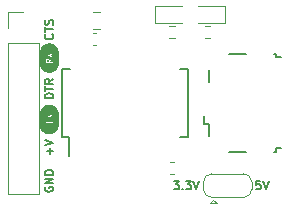
<source format=gbr>
%TF.GenerationSoftware,KiCad,Pcbnew,(5.99.0-10766-geeb405c196)*%
%TF.CreationDate,2021-06-27T17:30:59+04:00*%
%TF.ProjectId,FTDI_Basic_Breakout-3.3V,46544449-5f42-4617-9369-635f42726561,rev?*%
%TF.SameCoordinates,Original*%
%TF.FileFunction,Legend,Top*%
%TF.FilePolarity,Positive*%
%FSLAX46Y46*%
G04 Gerber Fmt 4.6, Leading zero omitted, Abs format (unit mm)*
G04 Created by KiCad (PCBNEW (5.99.0-10766-geeb405c196)) date 2021-06-27 17:30:59*
%MOMM*%
%LPD*%
G01*
G04 APERTURE LIST*
%ADD10C,0.150000*%
%ADD11C,0.120000*%
G04 APERTURE END LIST*
D10*
X141466666Y-107616666D02*
X141133333Y-107616666D01*
X141100000Y-107950000D01*
X141133333Y-107916666D01*
X141200000Y-107883333D01*
X141366666Y-107883333D01*
X141433333Y-107916666D01*
X141466666Y-107950000D01*
X141500000Y-108016666D01*
X141500000Y-108183333D01*
X141466666Y-108250000D01*
X141433333Y-108283333D01*
X141366666Y-108316666D01*
X141200000Y-108316666D01*
X141133333Y-108283333D01*
X141100000Y-108250000D01*
X141700000Y-107616666D02*
X141933333Y-108316666D01*
X142166666Y-107616666D01*
X134166666Y-107616666D02*
X134600000Y-107616666D01*
X134366666Y-107883333D01*
X134466666Y-107883333D01*
X134533333Y-107916666D01*
X134566666Y-107950000D01*
X134600000Y-108016666D01*
X134600000Y-108183333D01*
X134566666Y-108250000D01*
X134533333Y-108283333D01*
X134466666Y-108316666D01*
X134266666Y-108316666D01*
X134200000Y-108283333D01*
X134166666Y-108250000D01*
X134900000Y-108250000D02*
X134933333Y-108283333D01*
X134900000Y-108316666D01*
X134866666Y-108283333D01*
X134900000Y-108250000D01*
X134900000Y-108316666D01*
X135166666Y-107616666D02*
X135600000Y-107616666D01*
X135366666Y-107883333D01*
X135466666Y-107883333D01*
X135533333Y-107916666D01*
X135566666Y-107950000D01*
X135600000Y-108016666D01*
X135600000Y-108183333D01*
X135566666Y-108250000D01*
X135533333Y-108283333D01*
X135466666Y-108316666D01*
X135266666Y-108316666D01*
X135200000Y-108283333D01*
X135166666Y-108250000D01*
X135800000Y-107616666D02*
X136033333Y-108316666D01*
X136266666Y-107616666D01*
X123850000Y-95183333D02*
X123883333Y-95216666D01*
X123916666Y-95316666D01*
X123916666Y-95383333D01*
X123883333Y-95483333D01*
X123816666Y-95550000D01*
X123750000Y-95583333D01*
X123616666Y-95616666D01*
X123516666Y-95616666D01*
X123383333Y-95583333D01*
X123316666Y-95550000D01*
X123250000Y-95483333D01*
X123216666Y-95383333D01*
X123216666Y-95316666D01*
X123250000Y-95216666D01*
X123283333Y-95183333D01*
X123216666Y-94983333D02*
X123216666Y-94583333D01*
X123916666Y-94783333D02*
X123216666Y-94783333D01*
X123883333Y-94383333D02*
X123916666Y-94283333D01*
X123916666Y-94116666D01*
X123883333Y-94050000D01*
X123850000Y-94016666D01*
X123783333Y-93983333D01*
X123716666Y-93983333D01*
X123650000Y-94016666D01*
X123616666Y-94050000D01*
X123583333Y-94116666D01*
X123550000Y-94250000D01*
X123516666Y-94316666D01*
X123483333Y-94350000D01*
X123416666Y-94383333D01*
X123350000Y-94383333D01*
X123283333Y-94350000D01*
X123250000Y-94316666D01*
X123216666Y-94250000D01*
X123216666Y-94083333D01*
X123250000Y-93983333D01*
X123916666Y-100600000D02*
X123216666Y-100600000D01*
X123216666Y-100433333D01*
X123250000Y-100333333D01*
X123316666Y-100266666D01*
X123383333Y-100233333D01*
X123516666Y-100200000D01*
X123616666Y-100200000D01*
X123750000Y-100233333D01*
X123816666Y-100266666D01*
X123883333Y-100333333D01*
X123916666Y-100433333D01*
X123916666Y-100600000D01*
X123216666Y-100000000D02*
X123216666Y-99600000D01*
X123916666Y-99800000D02*
X123216666Y-99800000D01*
X123916666Y-98966666D02*
X123583333Y-99200000D01*
X123916666Y-99366666D02*
X123216666Y-99366666D01*
X123216666Y-99100000D01*
X123250000Y-99033333D01*
X123283333Y-99000000D01*
X123350000Y-98966666D01*
X123450000Y-98966666D01*
X123516666Y-99000000D01*
X123550000Y-99033333D01*
X123583333Y-99100000D01*
X123583333Y-99366666D01*
X123650000Y-105366666D02*
X123650000Y-104833333D01*
X123916666Y-105100000D02*
X123383333Y-105100000D01*
X123216666Y-104600000D02*
X123916666Y-104366666D01*
X123216666Y-104133333D01*
X123250000Y-108133333D02*
X123216666Y-108200000D01*
X123216666Y-108300000D01*
X123250000Y-108400000D01*
X123316666Y-108466666D01*
X123383333Y-108500000D01*
X123516666Y-108533333D01*
X123616666Y-108533333D01*
X123750000Y-108500000D01*
X123816666Y-108466666D01*
X123883333Y-108400000D01*
X123916666Y-108300000D01*
X123916666Y-108233333D01*
X123883333Y-108133333D01*
X123850000Y-108100000D01*
X123616666Y-108100000D01*
X123616666Y-108233333D01*
X123916666Y-107800000D02*
X123216666Y-107800000D01*
X123916666Y-107400000D01*
X123216666Y-107400000D01*
X123916666Y-107066666D02*
X123216666Y-107066666D01*
X123216666Y-106900000D01*
X123250000Y-106800000D01*
X123316666Y-106733333D01*
X123383333Y-106700000D01*
X123516666Y-106666666D01*
X123616666Y-106666666D01*
X123750000Y-106700000D01*
X123816666Y-106733333D01*
X123883333Y-106800000D01*
X123916666Y-106900000D01*
X123916666Y-107066666D01*
%TO.C,svg2mod*%
G36*
X122806174Y-96710769D02*
G01*
X122809044Y-96671865D01*
X122813819Y-96633149D01*
X122820488Y-96594713D01*
X122829035Y-96556651D01*
X122839440Y-96519054D01*
X122851676Y-96482013D01*
X122865716Y-96445617D01*
X122881524Y-96409954D01*
X122899064Y-96375109D01*
X122918291Y-96341167D01*
X122939162Y-96308209D01*
X122961624Y-96276316D01*
X122985624Y-96245562D01*
X123011104Y-96216024D01*
X123038003Y-96187771D01*
X123066256Y-96160872D01*
X123095795Y-96135392D01*
X123126548Y-96111391D01*
X123158442Y-96088929D01*
X123191400Y-96068059D01*
X123225342Y-96048831D01*
X123260186Y-96031292D01*
X123295850Y-96015483D01*
X123332245Y-96001444D01*
X123369287Y-95989207D01*
X123406883Y-95978803D01*
X123444945Y-95970256D01*
X123483381Y-95963586D01*
X123522098Y-95958811D01*
X123561002Y-95955941D01*
X123600000Y-95954984D01*
X123638998Y-95955941D01*
X123677902Y-95958811D01*
X123716619Y-95963586D01*
X123755055Y-95970256D01*
X123793117Y-95978803D01*
X123830713Y-95989207D01*
X123867755Y-96001444D01*
X123904150Y-96015483D01*
X123939814Y-96031292D01*
X123974658Y-96048831D01*
X124008600Y-96068059D01*
X124041558Y-96088929D01*
X124073452Y-96111391D01*
X124104205Y-96135392D01*
X124133744Y-96160872D01*
X124161997Y-96187771D01*
X124188896Y-96216024D01*
X124214376Y-96245562D01*
X124238376Y-96276316D01*
X124260838Y-96308209D01*
X124281709Y-96341167D01*
X124300936Y-96375109D01*
X124318476Y-96409954D01*
X124334284Y-96445617D01*
X124348324Y-96482013D01*
X124360560Y-96519054D01*
X124370965Y-96556651D01*
X124379512Y-96594713D01*
X124386181Y-96633149D01*
X124390956Y-96671865D01*
X124393826Y-96710769D01*
X124394784Y-96749768D01*
X124394784Y-97650232D01*
X124393826Y-97689231D01*
X124390956Y-97728135D01*
X124386181Y-97766851D01*
X124379512Y-97805287D01*
X124370965Y-97843349D01*
X124360560Y-97880946D01*
X124348324Y-97917987D01*
X124334284Y-97954383D01*
X124318476Y-97990046D01*
X124300936Y-98024891D01*
X124281709Y-98058833D01*
X124260838Y-98091791D01*
X124238376Y-98123684D01*
X124214376Y-98154438D01*
X124188896Y-98183976D01*
X124161997Y-98212229D01*
X124133744Y-98239128D01*
X124104205Y-98264608D01*
X124073452Y-98288609D01*
X124041558Y-98311071D01*
X124008600Y-98331941D01*
X123974658Y-98351169D01*
X123939814Y-98368708D01*
X123904150Y-98384517D01*
X123867754Y-98398556D01*
X123830713Y-98410793D01*
X123793117Y-98421197D01*
X123755055Y-98429744D01*
X123716619Y-98436414D01*
X123677902Y-98441189D01*
X123638998Y-98444059D01*
X123600000Y-98445016D01*
X123561002Y-98444059D01*
X123522098Y-98441189D01*
X123483381Y-98436414D01*
X123444945Y-98429744D01*
X123406883Y-98421197D01*
X123369287Y-98410793D01*
X123332246Y-98398556D01*
X123295850Y-98384517D01*
X123260186Y-98368708D01*
X123225342Y-98351169D01*
X123191400Y-98331941D01*
X123158442Y-98311071D01*
X123126548Y-98288609D01*
X123095795Y-98264608D01*
X123066256Y-98239128D01*
X123038003Y-98212229D01*
X123011104Y-98183976D01*
X122985624Y-98154438D01*
X122961624Y-98123684D01*
X122939162Y-98091791D01*
X122918291Y-98058833D01*
X122899064Y-98024891D01*
X122881524Y-97990046D01*
X122865716Y-97954383D01*
X122851676Y-97917987D01*
X122839440Y-97880946D01*
X122829035Y-97843349D01*
X122820488Y-97805287D01*
X122813819Y-97766851D01*
X122809044Y-97728135D01*
X122806174Y-97689231D01*
X122805216Y-97650232D01*
X122805216Y-97463356D01*
X123317847Y-97463356D01*
X123317847Y-97650166D01*
X123882153Y-97650166D01*
X123882153Y-97575365D01*
X123653873Y-97575365D01*
X123653873Y-97442815D01*
X123882153Y-97320342D01*
X123882153Y-97240501D01*
X123877502Y-97240501D01*
X123637982Y-97373051D01*
X123613662Y-97327851D01*
X123579459Y-97293793D01*
X123536922Y-97272428D01*
X123487604Y-97265306D01*
X123436702Y-97271012D01*
X123394586Y-97288130D01*
X123361255Y-97316660D01*
X123337139Y-97355783D01*
X123322670Y-97404682D01*
X123317847Y-97463356D01*
X122805216Y-97463356D01*
X122805216Y-96754097D01*
X123317847Y-96754097D01*
X123317847Y-96841689D01*
X123534113Y-96976952D01*
X123317847Y-97112990D01*
X123317847Y-97200194D01*
X123597675Y-97021523D01*
X123882153Y-97204457D01*
X123882153Y-97116478D01*
X123662012Y-96976952D01*
X123882153Y-96838200D01*
X123882153Y-96749834D01*
X123597675Y-96932381D01*
X123317847Y-96754097D01*
X122805216Y-96754097D01*
X122805216Y-96749768D01*
X122806174Y-96710769D01*
G37*
G36*
X123530818Y-97348295D02*
G01*
X123564343Y-97372858D01*
X123585854Y-97411276D01*
X123593024Y-97461031D01*
X123593024Y-97575365D01*
X123379083Y-97575365D01*
X123379083Y-97461418D01*
X123386350Y-97409435D01*
X123407376Y-97371307D01*
X123441386Y-97347908D01*
X123487604Y-97340108D01*
X123530818Y-97348295D01*
G37*
G36*
X122806174Y-101895266D02*
G01*
X122809044Y-101856362D01*
X122813819Y-101817646D01*
X122820488Y-101779210D01*
X122829035Y-101741148D01*
X122839440Y-101703551D01*
X122851676Y-101666510D01*
X122865716Y-101630114D01*
X122881524Y-101594451D01*
X122899064Y-101559606D01*
X122918291Y-101525664D01*
X122939162Y-101492707D01*
X122961624Y-101460813D01*
X122985624Y-101430059D01*
X123011104Y-101400521D01*
X123038003Y-101372268D01*
X123066256Y-101345369D01*
X123095795Y-101319889D01*
X123126548Y-101295889D01*
X123158442Y-101273426D01*
X123191400Y-101252556D01*
X123225342Y-101233328D01*
X123260186Y-101215789D01*
X123295850Y-101199980D01*
X123332245Y-101185941D01*
X123369287Y-101173704D01*
X123406883Y-101163300D01*
X123444945Y-101154753D01*
X123483381Y-101148083D01*
X123522098Y-101143308D01*
X123561002Y-101140438D01*
X123600000Y-101139481D01*
X123638998Y-101140438D01*
X123677902Y-101143308D01*
X123716619Y-101148083D01*
X123755055Y-101154753D01*
X123793117Y-101163300D01*
X123830713Y-101173704D01*
X123867755Y-101185941D01*
X123904150Y-101199980D01*
X123939814Y-101215789D01*
X123974658Y-101233328D01*
X124008600Y-101252556D01*
X124041558Y-101273426D01*
X124073452Y-101295889D01*
X124104205Y-101319889D01*
X124133744Y-101345369D01*
X124161997Y-101372268D01*
X124188896Y-101400521D01*
X124214376Y-101430059D01*
X124238376Y-101460813D01*
X124260838Y-101492707D01*
X124281709Y-101525664D01*
X124300936Y-101559606D01*
X124318476Y-101594451D01*
X124334284Y-101630114D01*
X124348324Y-101666510D01*
X124360560Y-101703551D01*
X124370965Y-101741148D01*
X124379512Y-101779210D01*
X124386181Y-101817646D01*
X124390956Y-101856362D01*
X124393826Y-101895266D01*
X124394784Y-101934265D01*
X124394784Y-102865735D01*
X124393826Y-102904734D01*
X124390956Y-102943638D01*
X124386181Y-102982354D01*
X124379512Y-103020790D01*
X124370965Y-103058852D01*
X124360560Y-103096449D01*
X124348324Y-103133490D01*
X124334284Y-103169886D01*
X124318476Y-103205549D01*
X124300936Y-103240394D01*
X124281709Y-103274336D01*
X124260838Y-103307293D01*
X124238376Y-103339187D01*
X124214376Y-103369941D01*
X124188896Y-103399479D01*
X124161997Y-103427732D01*
X124133744Y-103454631D01*
X124104205Y-103480111D01*
X124073452Y-103504112D01*
X124041558Y-103526574D01*
X124008600Y-103547444D01*
X123974658Y-103566672D01*
X123939814Y-103584211D01*
X123904150Y-103600020D01*
X123867754Y-103614059D01*
X123830713Y-103626296D01*
X123793117Y-103636700D01*
X123755055Y-103645247D01*
X123716619Y-103651917D01*
X123677902Y-103656692D01*
X123638998Y-103659562D01*
X123600000Y-103660519D01*
X123561002Y-103659562D01*
X123522098Y-103656692D01*
X123483381Y-103651917D01*
X123444945Y-103645247D01*
X123406883Y-103636700D01*
X123369287Y-103626296D01*
X123332246Y-103614059D01*
X123295850Y-103600020D01*
X123260186Y-103584211D01*
X123225342Y-103566672D01*
X123191400Y-103547444D01*
X123158442Y-103526574D01*
X123126548Y-103504112D01*
X123095795Y-103480111D01*
X123066256Y-103454631D01*
X123038003Y-103427732D01*
X123011104Y-103399479D01*
X122985624Y-103369941D01*
X122961624Y-103339187D01*
X122939162Y-103307293D01*
X122918291Y-103274336D01*
X122899064Y-103240394D01*
X122881524Y-103205549D01*
X122865716Y-103169886D01*
X122851676Y-103133490D01*
X122839440Y-103096449D01*
X122829035Y-103058852D01*
X122820488Y-103020790D01*
X122813819Y-102982354D01*
X122809044Y-102943638D01*
X122806174Y-102904734D01*
X122805216Y-102865735D01*
X122805216Y-102429262D01*
X123317847Y-102429262D01*
X123317847Y-102865669D01*
X123379083Y-102865669D01*
X123379083Y-102684673D01*
X123882153Y-102684673D01*
X123882153Y-102610646D01*
X123379083Y-102610646D01*
X123379083Y-102429262D01*
X123317847Y-102429262D01*
X122805216Y-102429262D01*
X122805216Y-101938594D01*
X123317847Y-101938594D01*
X123317847Y-102026186D01*
X123534113Y-102161449D01*
X123317847Y-102297487D01*
X123317847Y-102384691D01*
X123597675Y-102206020D01*
X123882153Y-102388954D01*
X123882153Y-102300975D01*
X123662012Y-102161449D01*
X123882153Y-102022697D01*
X123882153Y-101934331D01*
X123597675Y-102116878D01*
X123317847Y-101938594D01*
X122805216Y-101938594D01*
X122805216Y-101934265D01*
X122806174Y-101895266D01*
G37*
D11*
%TO.C,J2*%
X120070000Y-108705000D02*
X122730000Y-108705000D01*
X120070000Y-95945000D02*
X120070000Y-108705000D01*
X122730000Y-95945000D02*
X122730000Y-108705000D01*
X120070000Y-95945000D02*
X122730000Y-95945000D01*
X120070000Y-94675000D02*
X120070000Y-93345000D01*
X120070000Y-93345000D02*
X121400000Y-93345000D01*
D10*
%TO.C,U1*%
X124675000Y-103875000D02*
X124675000Y-98125000D01*
X135325000Y-98125000D02*
X134675000Y-98125000D01*
X124675000Y-98125000D02*
X125325000Y-98125000D01*
X125250000Y-103875000D02*
X125250000Y-105475000D01*
X124675000Y-103875000D02*
X125250000Y-103875000D01*
X135325000Y-103875000D02*
X134675000Y-103875000D01*
X135325000Y-103875000D02*
X135325000Y-98125000D01*
%TO.C,J1*%
X136675000Y-102075000D02*
X136675000Y-102800000D01*
X138850000Y-105150000D02*
X140250000Y-105150000D01*
X142800000Y-105150000D02*
X142800000Y-104850000D01*
X143250000Y-97150000D02*
X142800000Y-97150000D01*
X142800000Y-97150000D02*
X142800000Y-96850000D01*
X142800000Y-104850000D02*
X143250000Y-104850000D01*
X136675000Y-102800000D02*
X137100000Y-102800000D01*
X142650000Y-105150000D02*
X142800000Y-105150000D01*
X137100000Y-99200000D02*
X137100000Y-98200000D01*
X142800000Y-96850000D02*
X142650000Y-96850000D01*
X140250000Y-96850000D02*
X138850000Y-96850000D01*
X137100000Y-102800000D02*
X137100000Y-103800000D01*
D11*
%TO.C,R2*%
X136762742Y-94477500D02*
X137237258Y-94477500D01*
X136762742Y-95522500D02*
X137237258Y-95522500D01*
%TO.C,C2*%
X127338748Y-94735000D02*
X127861252Y-94735000D01*
X127338748Y-93265000D02*
X127861252Y-93265000D01*
%TO.C,C3*%
X133859420Y-105990000D02*
X134140580Y-105990000D01*
X133859420Y-107010000D02*
X134140580Y-107010000D01*
%TO.C,JP1*%
X137500000Y-109200000D02*
X137800000Y-109500000D01*
X140750000Y-107700000D02*
X140750000Y-108300000D01*
X140100000Y-109000000D02*
X137300000Y-109000000D01*
X137200000Y-109500000D02*
X137800000Y-109500000D01*
X137500000Y-109200000D02*
X137200000Y-109500000D01*
X136650000Y-108300000D02*
X136650000Y-107700000D01*
X137300000Y-107000000D02*
X140100000Y-107000000D01*
X137350000Y-109000000D02*
G75*
G02*
X136650000Y-108300000I0J700000D01*
G01*
X140050000Y-107000000D02*
G75*
G02*
X140750000Y-107700000I0J-700000D01*
G01*
X140750000Y-108300000D02*
G75*
G02*
X140050000Y-109000000I-700000J0D01*
G01*
X136650000Y-107700000D02*
G75*
G02*
X137350000Y-107000000I700000J0D01*
G01*
%TO.C,R1*%
X134237258Y-95522500D02*
X133762742Y-95522500D01*
X134237258Y-94477500D02*
X133762742Y-94477500D01*
%TO.C,D1*%
X132515000Y-92765000D02*
X132515000Y-94235000D01*
X132515000Y-94235000D02*
X134800000Y-94235000D01*
X134800000Y-92765000D02*
X132515000Y-92765000D01*
%TO.C,C1*%
X127259420Y-96110000D02*
X127540580Y-96110000D01*
X127259420Y-95090000D02*
X127540580Y-95090000D01*
%TO.C,D2*%
X136200000Y-94235000D02*
X138485000Y-94235000D01*
X138485000Y-94235000D02*
X138485000Y-92765000D01*
X138485000Y-92765000D02*
X136200000Y-92765000D01*
%TD*%
M02*

</source>
